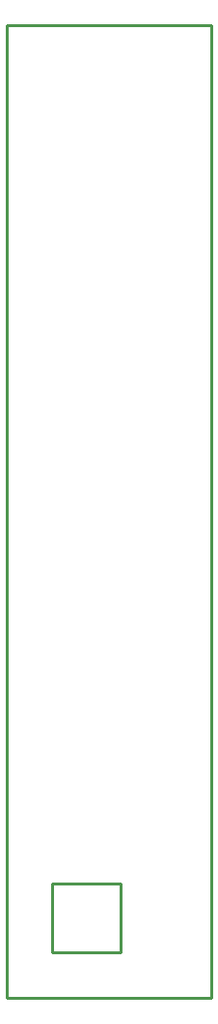
<source format=gbr>
G04 EAGLE Gerber RS-274X export*
G75*
%MOMM*%
%FSLAX34Y34*%
%LPD*%
%IN*%
%IPPOS*%
%AMOC8*
5,1,8,0,0,1.08239X$1,22.5*%
G01*
%ADD10C,0.254000*%


D10*
X0Y0D02*
X180000Y0D01*
X180000Y850000D01*
X0Y850000D01*
X0Y0D01*
X40000Y40000D02*
X100000Y40000D01*
X100000Y100000D01*
X40000Y100000D01*
X40000Y40000D01*
M02*

</source>
